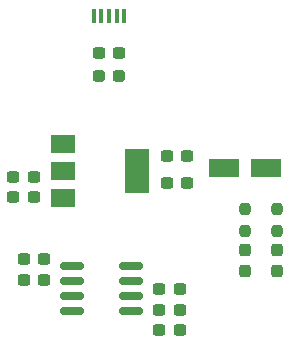
<source format=gbr>
%TF.GenerationSoftware,KiCad,Pcbnew,7.0.1*%
%TF.CreationDate,2023-05-14T20:32:12+02:00*%
%TF.ProjectId,adr4520_vref,61647234-3532-4305-9f76-7265662e6b69,rev?*%
%TF.SameCoordinates,Original*%
%TF.FileFunction,Paste,Top*%
%TF.FilePolarity,Positive*%
%FSLAX46Y46*%
G04 Gerber Fmt 4.6, Leading zero omitted, Abs format (unit mm)*
G04 Created by KiCad (PCBNEW 7.0.1) date 2023-05-14 20:32:12*
%MOMM*%
%LPD*%
G01*
G04 APERTURE LIST*
G04 Aperture macros list*
%AMRoundRect*
0 Rectangle with rounded corners*
0 $1 Rounding radius*
0 $2 $3 $4 $5 $6 $7 $8 $9 X,Y pos of 4 corners*
0 Add a 4 corners polygon primitive as box body*
4,1,4,$2,$3,$4,$5,$6,$7,$8,$9,$2,$3,0*
0 Add four circle primitives for the rounded corners*
1,1,$1+$1,$2,$3*
1,1,$1+$1,$4,$5*
1,1,$1+$1,$6,$7*
1,1,$1+$1,$8,$9*
0 Add four rect primitives between the rounded corners*
20,1,$1+$1,$2,$3,$4,$5,0*
20,1,$1+$1,$4,$5,$6,$7,0*
20,1,$1+$1,$6,$7,$8,$9,0*
20,1,$1+$1,$8,$9,$2,$3,0*%
G04 Aperture macros list end*
%ADD10RoundRect,0.237500X-0.300000X-0.237500X0.300000X-0.237500X0.300000X0.237500X-0.300000X0.237500X0*%
%ADD11RoundRect,0.237500X0.300000X0.237500X-0.300000X0.237500X-0.300000X-0.237500X0.300000X-0.237500X0*%
%ADD12RoundRect,0.237500X0.287500X0.237500X-0.287500X0.237500X-0.287500X-0.237500X0.287500X-0.237500X0*%
%ADD13RoundRect,0.237500X-0.237500X0.250000X-0.237500X-0.250000X0.237500X-0.250000X0.237500X0.250000X0*%
%ADD14RoundRect,0.150000X-0.825000X-0.150000X0.825000X-0.150000X0.825000X0.150000X-0.825000X0.150000X0*%
%ADD15RoundRect,0.250000X-1.050000X-0.550000X1.050000X-0.550000X1.050000X0.550000X-1.050000X0.550000X0*%
%ADD16R,0.450000X1.300000*%
%ADD17RoundRect,0.237500X0.237500X-0.287500X0.237500X0.287500X-0.237500X0.287500X-0.237500X-0.287500X0*%
%ADD18R,2.000000X1.500000*%
%ADD19R,2.000000X3.800000*%
G04 APERTURE END LIST*
D10*
%TO.C,C8*%
X56887500Y-72000000D03*
X58612500Y-72000000D03*
%TD*%
%TO.C,C2*%
X57775000Y-77250000D03*
X59500000Y-77250000D03*
%TD*%
D11*
%TO.C,C10*%
X71612500Y-70750000D03*
X69887500Y-70750000D03*
%TD*%
%TO.C,C9*%
X71612500Y-68500000D03*
X69887500Y-68500000D03*
%TD*%
D12*
%TO.C,L1*%
X65875000Y-61750000D03*
X64125000Y-61750000D03*
%TD*%
D13*
%TO.C,R1*%
X76500000Y-73000000D03*
X76500000Y-74825000D03*
%TD*%
D10*
%TO.C,C6*%
X69250000Y-83250000D03*
X70975000Y-83250000D03*
%TD*%
%TO.C,C3*%
X57775000Y-79000000D03*
X59500000Y-79000000D03*
%TD*%
D14*
%TO.C,U1*%
X61887500Y-77845000D03*
X61887500Y-79115000D03*
X61887500Y-80385000D03*
X61887500Y-81655000D03*
X66837500Y-81655000D03*
X66837500Y-80385000D03*
X66837500Y-79115000D03*
X66837500Y-77845000D03*
%TD*%
D10*
%TO.C,C5*%
X69250000Y-81500000D03*
X70975000Y-81500000D03*
%TD*%
D15*
%TO.C,C11*%
X74700000Y-69500000D03*
X78300000Y-69500000D03*
%TD*%
D16*
%TO.C,J1*%
X66300000Y-56650000D03*
X65650000Y-56650000D03*
X65000000Y-56650000D03*
X64350000Y-56650000D03*
X63700000Y-56650000D03*
%TD*%
D10*
%TO.C,C4*%
X69250000Y-79750000D03*
X70975000Y-79750000D03*
%TD*%
D17*
%TO.C,D1*%
X76500000Y-78250000D03*
X76500000Y-76500000D03*
%TD*%
D10*
%TO.C,C7*%
X56887500Y-70250000D03*
X58612500Y-70250000D03*
%TD*%
D18*
%TO.C,U2*%
X61100000Y-67450000D03*
X61100000Y-69750000D03*
D19*
X67400000Y-69750000D03*
D18*
X61100000Y-72050000D03*
%TD*%
D17*
%TO.C,D2*%
X79250000Y-78250000D03*
X79250000Y-76500000D03*
%TD*%
D10*
%TO.C,C1*%
X64137500Y-59750000D03*
X65862500Y-59750000D03*
%TD*%
D13*
%TO.C,R2*%
X79250000Y-73000000D03*
X79250000Y-74825000D03*
%TD*%
M02*

</source>
